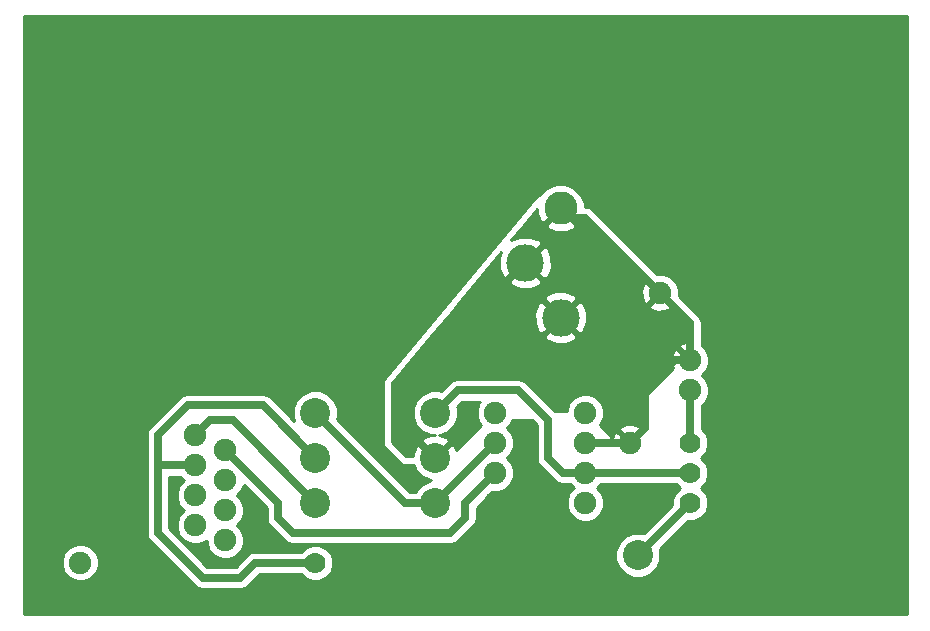
<source format=gbr>
G04 #@! TF.FileFunction,Copper,L2,Bot,Signal*
%FSLAX46Y46*%
G04 Gerber Fmt 4.6, Leading zero omitted, Abs format (unit mm)*
G04 Created by KiCad (PCBNEW 4.0.1-3.201512221402+6198~38~ubuntu15.04.1-stable) date Mon 28 Mar 2016 11:15:57 PM EDT*
%MOMM*%
G01*
G04 APERTURE LIST*
%ADD10C,0.100000*%
%ADD11C,1.905000*%
%ADD12C,3.175000*%
%ADD13C,2.794000*%
%ADD14C,1.778000*%
%ADD15C,2.540000*%
%ADD16C,6.350000*%
%ADD17C,3.810000*%
%ADD18C,0.635000*%
%ADD19C,0.304800*%
%ADD20C,0.254000*%
G04 APERTURE END LIST*
D10*
D11*
X172720000Y-111760000D03*
X172720000Y-106680000D03*
D12*
X163830000Y-91440000D03*
X163830000Y-78740000D03*
D13*
X166827200Y-86804500D03*
X166827200Y-83375500D03*
D12*
X166827200Y-96075500D03*
X166827200Y-74104500D03*
D11*
X177800000Y-102235000D03*
X177800000Y-99695000D03*
D14*
X177800000Y-111760000D03*
X177800000Y-109220000D03*
X177800000Y-106680000D03*
X146050000Y-116840000D03*
X148590000Y-116840000D03*
X151130000Y-116840000D03*
D11*
X161290000Y-104140000D03*
X161290000Y-106680000D03*
X161290000Y-109220000D03*
X161290000Y-111760000D03*
X168910000Y-111760000D03*
X168910000Y-109220000D03*
X168910000Y-106680000D03*
X168910000Y-104140000D03*
X175260000Y-93980000D03*
X175260000Y-88900000D03*
D15*
X156210000Y-111760000D03*
X146050000Y-111760000D03*
X156210000Y-104140000D03*
X146050000Y-104140000D03*
X173355000Y-116205000D03*
X163195000Y-116205000D03*
X156210000Y-107950000D03*
X146050000Y-107950000D03*
D16*
X190500000Y-114300000D03*
X190500000Y-76200000D03*
D17*
X129540000Y-104775000D03*
X129540000Y-116205000D03*
D11*
X126161800Y-106705400D03*
X126161800Y-116814600D03*
X124640340Y-104165400D03*
X124640340Y-114274600D03*
D15*
X132588000Y-102715060D03*
X132588000Y-118264940D03*
D11*
X135890000Y-106045000D03*
X138430000Y-114935000D03*
X138430000Y-107315000D03*
X135890000Y-108585000D03*
X138430000Y-109855000D03*
X135890000Y-111125000D03*
X138430000Y-112395000D03*
X135890000Y-113665000D03*
D18*
X156210000Y-107950000D02*
X153670000Y-105410000D01*
X153670000Y-101600000D02*
X163830000Y-91440000D01*
X153670000Y-102235000D02*
X153670000Y-101600000D01*
X153670000Y-105410000D02*
X153670000Y-102235000D01*
X172720000Y-106680000D02*
X168910000Y-106680000D01*
X172720000Y-106680000D02*
X173990000Y-105410000D01*
X176530000Y-99695000D02*
X177800000Y-99695000D01*
X173990000Y-102235000D02*
X176530000Y-99695000D01*
X173990000Y-102870000D02*
X173990000Y-102235000D01*
X173990000Y-105410000D02*
X173990000Y-102870000D01*
X177800000Y-99695000D02*
X177800000Y-96520000D01*
X177800000Y-96520000D02*
X175260000Y-93980000D01*
X175260000Y-93980000D02*
X168910000Y-87630000D01*
X168910000Y-87630000D02*
X167652700Y-87630000D01*
X167652700Y-87630000D02*
X166827200Y-86804500D01*
X177800000Y-102235000D02*
X177800000Y-106680000D01*
X135890000Y-106045000D02*
X137160000Y-104775000D01*
X139065000Y-104775000D02*
X146050000Y-111760000D01*
X137160000Y-104775000D02*
X139065000Y-104775000D01*
X161290000Y-109220000D02*
X158750000Y-111760000D01*
X142875000Y-111760000D02*
X142875000Y-113030000D01*
X142875000Y-113030000D02*
X144145000Y-114300000D01*
X144145000Y-114300000D02*
X157480000Y-114300000D01*
X157480000Y-114300000D02*
X158750000Y-113030000D01*
X142875000Y-111760000D02*
X138430000Y-107315000D01*
X158750000Y-111760000D02*
X158750000Y-113030000D01*
D19*
X138430000Y-107315000D02*
X139065000Y-107315000D01*
D18*
X135890000Y-108585000D02*
X132715000Y-108585000D01*
X146050000Y-116840000D02*
X140970000Y-116840000D01*
X141605000Y-103505000D02*
X146050000Y-107950000D01*
X135255000Y-103505000D02*
X141605000Y-103505000D01*
X132715000Y-106045000D02*
X135255000Y-103505000D01*
X132715000Y-114300000D02*
X132715000Y-108585000D01*
X132715000Y-108585000D02*
X132715000Y-106045000D01*
X136525000Y-118110000D02*
X132715000Y-114300000D01*
X139700000Y-118110000D02*
X136525000Y-118110000D01*
X140970000Y-116840000D02*
X139700000Y-118110000D01*
X177800000Y-111760000D02*
X173355000Y-116205000D01*
X168910000Y-109220000D02*
X177800000Y-109220000D01*
X156210000Y-104140000D02*
X158115000Y-102235000D01*
X167005000Y-109220000D02*
X168910000Y-109220000D01*
X165735000Y-107950000D02*
X167005000Y-109220000D01*
X165735000Y-104775000D02*
X165735000Y-107950000D01*
X163195000Y-102235000D02*
X165735000Y-104775000D01*
X158115000Y-102235000D02*
X163195000Y-102235000D01*
X161290000Y-106680000D02*
X156210000Y-111760000D01*
X146050000Y-104140000D02*
X153670000Y-111760000D01*
X153670000Y-111760000D02*
X156210000Y-111760000D01*
D20*
G36*
X167020948Y-86790358D02*
X167006805Y-86804500D01*
X168266756Y-88064450D01*
X168574825Y-87917244D01*
X168698744Y-87598350D01*
X174027433Y-92927039D01*
X174027432Y-92927040D01*
X174141839Y-93041447D01*
X173879912Y-93134288D01*
X173661325Y-93726801D01*
X173686122Y-94357861D01*
X173879912Y-94825712D01*
X174141841Y-94918554D01*
X175080395Y-93980001D01*
X175260000Y-94159606D01*
X174321446Y-95098159D01*
X174414288Y-95360088D01*
X175006801Y-95578675D01*
X175637861Y-95553878D01*
X176105712Y-95360088D01*
X176198553Y-95098161D01*
X176312960Y-95212568D01*
X176312961Y-95212567D01*
X177673000Y-96572606D01*
X177673000Y-98111265D01*
X177422139Y-98121122D01*
X176954288Y-98314912D01*
X176861446Y-98576841D01*
X177482500Y-99197895D01*
X177302895Y-99377500D01*
X176681841Y-98756446D01*
X176419912Y-98849288D01*
X176201325Y-99441801D01*
X176226122Y-100072861D01*
X176337835Y-100342559D01*
X173900197Y-102780197D01*
X173872334Y-102822211D01*
X173863000Y-102870000D01*
X173863000Y-105357394D01*
X173772961Y-105447433D01*
X173772960Y-105447432D01*
X173658553Y-105561839D01*
X173565712Y-105299912D01*
X172973199Y-105081325D01*
X172342139Y-105106122D01*
X171874288Y-105299912D01*
X171781446Y-105561841D01*
X172720000Y-106500395D01*
X172667394Y-106553000D01*
X172413395Y-106553000D01*
X171601841Y-105741446D01*
X171339912Y-105834288D01*
X171190068Y-106240462D01*
X170122414Y-105172808D01*
X170255032Y-105040421D01*
X170497224Y-104457159D01*
X170497775Y-103825612D01*
X170256602Y-103241928D01*
X169810421Y-102794968D01*
X169227159Y-102552776D01*
X168595612Y-102552225D01*
X168011928Y-102793398D01*
X167564968Y-103239579D01*
X167322776Y-103822841D01*
X167322610Y-104013000D01*
X166320039Y-104013000D01*
X163868519Y-101561481D01*
X163559506Y-101355005D01*
X163195000Y-101282500D01*
X158115000Y-101282500D01*
X157750494Y-101355005D01*
X157441481Y-101561481D01*
X156715686Y-102287276D01*
X156590590Y-102235332D01*
X155832735Y-102234670D01*
X155132314Y-102524078D01*
X154595961Y-103059495D01*
X154305332Y-103759410D01*
X154304670Y-104517265D01*
X154594078Y-105217686D01*
X155129495Y-105754039D01*
X155829410Y-106044668D01*
X156185851Y-106044979D01*
X155781368Y-106055564D01*
X155173520Y-106307343D01*
X155041828Y-106602223D01*
X156210000Y-107770395D01*
X157378172Y-106602223D01*
X157246480Y-106307343D01*
X156563895Y-106045310D01*
X156587265Y-106045330D01*
X157287686Y-105755922D01*
X157824039Y-105220505D01*
X158114668Y-104520590D01*
X158115330Y-103762735D01*
X158062401Y-103634637D01*
X158509538Y-103187500D01*
X159997138Y-103187500D01*
X159944968Y-103239579D01*
X159702776Y-103822841D01*
X159702225Y-104454388D01*
X159943398Y-105038072D01*
X160077743Y-105172651D01*
X157994481Y-107255913D01*
X157852657Y-106913520D01*
X157557777Y-106781828D01*
X156516605Y-107823000D01*
X155903395Y-107823000D01*
X154862223Y-106781828D01*
X154567343Y-106913520D01*
X154295739Y-107621036D01*
X154301024Y-107823000D01*
X153722606Y-107823000D01*
X152527000Y-106627394D01*
X152527000Y-101645980D01*
X155854754Y-97652674D01*
X165429631Y-97652674D01*
X165600093Y-97980533D01*
X166422526Y-98305114D01*
X167306565Y-98290257D01*
X168054307Y-97980533D01*
X168224769Y-97652674D01*
X166827200Y-96255105D01*
X165429631Y-97652674D01*
X155854754Y-97652674D01*
X157506294Y-95670826D01*
X164597586Y-95670826D01*
X164612443Y-96554865D01*
X164922167Y-97302607D01*
X165250026Y-97473069D01*
X166647595Y-96075500D01*
X167006805Y-96075500D01*
X168404374Y-97473069D01*
X168732233Y-97302607D01*
X169056814Y-96480174D01*
X169041957Y-95596135D01*
X168732233Y-94848393D01*
X168404374Y-94677931D01*
X167006805Y-96075500D01*
X166647595Y-96075500D01*
X165250026Y-94677931D01*
X164922167Y-94848393D01*
X164597586Y-95670826D01*
X157506294Y-95670826D01*
X158483377Y-94498326D01*
X165429631Y-94498326D01*
X166827200Y-95895895D01*
X168224769Y-94498326D01*
X168054307Y-94170467D01*
X167231874Y-93845886D01*
X166347835Y-93860743D01*
X165600093Y-94170467D01*
X165429631Y-94498326D01*
X158483377Y-94498326D01*
X159717671Y-93017174D01*
X162432431Y-93017174D01*
X162602893Y-93345033D01*
X163425326Y-93669614D01*
X164309365Y-93654757D01*
X165057107Y-93345033D01*
X165227569Y-93017174D01*
X163830000Y-91619605D01*
X162432431Y-93017174D01*
X159717671Y-93017174D01*
X161808366Y-90508341D01*
X161600386Y-91035326D01*
X161615243Y-91919365D01*
X161924967Y-92667107D01*
X162252826Y-92837569D01*
X163650395Y-91440000D01*
X164009605Y-91440000D01*
X165407174Y-92837569D01*
X165735033Y-92667107D01*
X166059614Y-91844674D01*
X166044757Y-90960635D01*
X165735033Y-90212893D01*
X165407174Y-90042431D01*
X164009605Y-91440000D01*
X163650395Y-91440000D01*
X163636253Y-91425858D01*
X163815858Y-91246253D01*
X163830000Y-91260395D01*
X165227569Y-89862826D01*
X165057107Y-89534967D01*
X164234674Y-89210386D01*
X163350635Y-89225243D01*
X162628270Y-89524455D01*
X163695269Y-88244056D01*
X165567250Y-88244056D01*
X165714456Y-88552125D01*
X166467946Y-88844923D01*
X167276129Y-88827086D01*
X167939944Y-88552125D01*
X168087150Y-88244056D01*
X166827200Y-86984105D01*
X165567250Y-88244056D01*
X163695269Y-88244056D01*
X164797291Y-86921630D01*
X164804614Y-87253429D01*
X165079575Y-87917244D01*
X165387644Y-88064450D01*
X166647595Y-86804500D01*
X166633453Y-86790358D01*
X166813058Y-86610753D01*
X166827200Y-86624895D01*
X166841343Y-86610753D01*
X167020948Y-86790358D01*
X167020948Y-86790358D01*
G37*
X167020948Y-86790358D02*
X167006805Y-86804500D01*
X168266756Y-88064450D01*
X168574825Y-87917244D01*
X168698744Y-87598350D01*
X174027433Y-92927039D01*
X174027432Y-92927040D01*
X174141839Y-93041447D01*
X173879912Y-93134288D01*
X173661325Y-93726801D01*
X173686122Y-94357861D01*
X173879912Y-94825712D01*
X174141841Y-94918554D01*
X175080395Y-93980001D01*
X175260000Y-94159606D01*
X174321446Y-95098159D01*
X174414288Y-95360088D01*
X175006801Y-95578675D01*
X175637861Y-95553878D01*
X176105712Y-95360088D01*
X176198553Y-95098161D01*
X176312960Y-95212568D01*
X176312961Y-95212567D01*
X177673000Y-96572606D01*
X177673000Y-98111265D01*
X177422139Y-98121122D01*
X176954288Y-98314912D01*
X176861446Y-98576841D01*
X177482500Y-99197895D01*
X177302895Y-99377500D01*
X176681841Y-98756446D01*
X176419912Y-98849288D01*
X176201325Y-99441801D01*
X176226122Y-100072861D01*
X176337835Y-100342559D01*
X173900197Y-102780197D01*
X173872334Y-102822211D01*
X173863000Y-102870000D01*
X173863000Y-105357394D01*
X173772961Y-105447433D01*
X173772960Y-105447432D01*
X173658553Y-105561839D01*
X173565712Y-105299912D01*
X172973199Y-105081325D01*
X172342139Y-105106122D01*
X171874288Y-105299912D01*
X171781446Y-105561841D01*
X172720000Y-106500395D01*
X172667394Y-106553000D01*
X172413395Y-106553000D01*
X171601841Y-105741446D01*
X171339912Y-105834288D01*
X171190068Y-106240462D01*
X170122414Y-105172808D01*
X170255032Y-105040421D01*
X170497224Y-104457159D01*
X170497775Y-103825612D01*
X170256602Y-103241928D01*
X169810421Y-102794968D01*
X169227159Y-102552776D01*
X168595612Y-102552225D01*
X168011928Y-102793398D01*
X167564968Y-103239579D01*
X167322776Y-103822841D01*
X167322610Y-104013000D01*
X166320039Y-104013000D01*
X163868519Y-101561481D01*
X163559506Y-101355005D01*
X163195000Y-101282500D01*
X158115000Y-101282500D01*
X157750494Y-101355005D01*
X157441481Y-101561481D01*
X156715686Y-102287276D01*
X156590590Y-102235332D01*
X155832735Y-102234670D01*
X155132314Y-102524078D01*
X154595961Y-103059495D01*
X154305332Y-103759410D01*
X154304670Y-104517265D01*
X154594078Y-105217686D01*
X155129495Y-105754039D01*
X155829410Y-106044668D01*
X156185851Y-106044979D01*
X155781368Y-106055564D01*
X155173520Y-106307343D01*
X155041828Y-106602223D01*
X156210000Y-107770395D01*
X157378172Y-106602223D01*
X157246480Y-106307343D01*
X156563895Y-106045310D01*
X156587265Y-106045330D01*
X157287686Y-105755922D01*
X157824039Y-105220505D01*
X158114668Y-104520590D01*
X158115330Y-103762735D01*
X158062401Y-103634637D01*
X158509538Y-103187500D01*
X159997138Y-103187500D01*
X159944968Y-103239579D01*
X159702776Y-103822841D01*
X159702225Y-104454388D01*
X159943398Y-105038072D01*
X160077743Y-105172651D01*
X157994481Y-107255913D01*
X157852657Y-106913520D01*
X157557777Y-106781828D01*
X156516605Y-107823000D01*
X155903395Y-107823000D01*
X154862223Y-106781828D01*
X154567343Y-106913520D01*
X154295739Y-107621036D01*
X154301024Y-107823000D01*
X153722606Y-107823000D01*
X152527000Y-106627394D01*
X152527000Y-101645980D01*
X155854754Y-97652674D01*
X165429631Y-97652674D01*
X165600093Y-97980533D01*
X166422526Y-98305114D01*
X167306565Y-98290257D01*
X168054307Y-97980533D01*
X168224769Y-97652674D01*
X166827200Y-96255105D01*
X165429631Y-97652674D01*
X155854754Y-97652674D01*
X157506294Y-95670826D01*
X164597586Y-95670826D01*
X164612443Y-96554865D01*
X164922167Y-97302607D01*
X165250026Y-97473069D01*
X166647595Y-96075500D01*
X167006805Y-96075500D01*
X168404374Y-97473069D01*
X168732233Y-97302607D01*
X169056814Y-96480174D01*
X169041957Y-95596135D01*
X168732233Y-94848393D01*
X168404374Y-94677931D01*
X167006805Y-96075500D01*
X166647595Y-96075500D01*
X165250026Y-94677931D01*
X164922167Y-94848393D01*
X164597586Y-95670826D01*
X157506294Y-95670826D01*
X158483377Y-94498326D01*
X165429631Y-94498326D01*
X166827200Y-95895895D01*
X168224769Y-94498326D01*
X168054307Y-94170467D01*
X167231874Y-93845886D01*
X166347835Y-93860743D01*
X165600093Y-94170467D01*
X165429631Y-94498326D01*
X158483377Y-94498326D01*
X159717671Y-93017174D01*
X162432431Y-93017174D01*
X162602893Y-93345033D01*
X163425326Y-93669614D01*
X164309365Y-93654757D01*
X165057107Y-93345033D01*
X165227569Y-93017174D01*
X163830000Y-91619605D01*
X162432431Y-93017174D01*
X159717671Y-93017174D01*
X161808366Y-90508341D01*
X161600386Y-91035326D01*
X161615243Y-91919365D01*
X161924967Y-92667107D01*
X162252826Y-92837569D01*
X163650395Y-91440000D01*
X164009605Y-91440000D01*
X165407174Y-92837569D01*
X165735033Y-92667107D01*
X166059614Y-91844674D01*
X166044757Y-90960635D01*
X165735033Y-90212893D01*
X165407174Y-90042431D01*
X164009605Y-91440000D01*
X163650395Y-91440000D01*
X163636253Y-91425858D01*
X163815858Y-91246253D01*
X163830000Y-91260395D01*
X165227569Y-89862826D01*
X165057107Y-89534967D01*
X164234674Y-89210386D01*
X163350635Y-89225243D01*
X162628270Y-89524455D01*
X163695269Y-88244056D01*
X165567250Y-88244056D01*
X165714456Y-88552125D01*
X166467946Y-88844923D01*
X167276129Y-88827086D01*
X167939944Y-88552125D01*
X168087150Y-88244056D01*
X166827200Y-86984105D01*
X165567250Y-88244056D01*
X163695269Y-88244056D01*
X164797291Y-86921630D01*
X164804614Y-87253429D01*
X165079575Y-87917244D01*
X165387644Y-88064450D01*
X166647595Y-86804500D01*
X166633453Y-86790358D01*
X166813058Y-86610753D01*
X166827200Y-86624895D01*
X166841343Y-86610753D01*
X167020948Y-86790358D01*
G36*
X196140000Y-121210000D02*
X121360000Y-121210000D01*
X121360000Y-117128988D01*
X124574025Y-117128988D01*
X124815198Y-117712672D01*
X125261379Y-118159632D01*
X125844641Y-118401824D01*
X126476188Y-118402375D01*
X127059872Y-118161202D01*
X127506832Y-117715021D01*
X127749024Y-117131759D01*
X127749575Y-116500212D01*
X127508402Y-115916528D01*
X127062221Y-115469568D01*
X126478959Y-115227376D01*
X125847412Y-115226825D01*
X125263728Y-115467998D01*
X124816768Y-115914179D01*
X124574576Y-116497441D01*
X124574025Y-117128988D01*
X121360000Y-117128988D01*
X121360000Y-106045000D01*
X131762500Y-106045000D01*
X131762500Y-114300000D01*
X131835005Y-114664506D01*
X132041481Y-114973519D01*
X135851481Y-118783519D01*
X136160494Y-118989995D01*
X136525000Y-119062500D01*
X139700000Y-119062500D01*
X140064506Y-118989995D01*
X140373519Y-118783519D01*
X141364538Y-117792500D01*
X144847455Y-117792500D01*
X145185596Y-118131231D01*
X145745528Y-118363735D01*
X146351812Y-118364264D01*
X146912149Y-118132738D01*
X147341231Y-117704404D01*
X147573735Y-117144472D01*
X147574264Y-116538188D01*
X147342738Y-115977851D01*
X146914404Y-115548769D01*
X146354472Y-115316265D01*
X145748188Y-115315736D01*
X145187851Y-115547262D01*
X144847019Y-115887500D01*
X140970000Y-115887500D01*
X140605494Y-115960005D01*
X140296481Y-116166481D01*
X139305462Y-117157500D01*
X136919538Y-117157500D01*
X133667500Y-113905462D01*
X133667500Y-109537500D01*
X134597731Y-109537500D01*
X134914935Y-109855257D01*
X134544968Y-110224579D01*
X134302776Y-110807841D01*
X134302225Y-111439388D01*
X134543398Y-112023072D01*
X134914935Y-112395257D01*
X134544968Y-112764579D01*
X134302776Y-113347841D01*
X134302225Y-113979388D01*
X134543398Y-114563072D01*
X134989579Y-115010032D01*
X135572841Y-115252224D01*
X136204388Y-115252775D01*
X136788072Y-115011602D01*
X136842480Y-114957289D01*
X136842225Y-115249388D01*
X137083398Y-115833072D01*
X137529579Y-116280032D01*
X138112841Y-116522224D01*
X138744388Y-116522775D01*
X139328072Y-116281602D01*
X139775032Y-115835421D01*
X140017224Y-115252159D01*
X140017775Y-114620612D01*
X139776602Y-114036928D01*
X139405065Y-113664743D01*
X139775032Y-113295421D01*
X140017224Y-112712159D01*
X140017775Y-112080612D01*
X139776602Y-111496928D01*
X139405065Y-111124743D01*
X139775032Y-110755421D01*
X139994602Y-110226640D01*
X141922500Y-112154538D01*
X141922500Y-113030000D01*
X141995005Y-113394506D01*
X142201481Y-113703519D01*
X143471481Y-114973519D01*
X143780494Y-115179995D01*
X144145000Y-115252500D01*
X157480000Y-115252500D01*
X157844506Y-115179995D01*
X158153519Y-114973519D01*
X159423519Y-113703519D01*
X159629995Y-113394506D01*
X159702500Y-113030000D01*
X159702500Y-112154538D01*
X161049748Y-110807291D01*
X161604388Y-110807775D01*
X162188072Y-110566602D01*
X162635032Y-110120421D01*
X162877224Y-109537159D01*
X162877775Y-108905612D01*
X162636602Y-108321928D01*
X162265065Y-107949743D01*
X162635032Y-107580421D01*
X162877224Y-106997159D01*
X162877775Y-106365612D01*
X162636602Y-105781928D01*
X162265065Y-105409743D01*
X162635032Y-105040421D01*
X162745245Y-104775000D01*
X164387961Y-104775000D01*
X164782500Y-105169539D01*
X164782500Y-107950000D01*
X164855005Y-108314506D01*
X165061481Y-108623519D01*
X166331481Y-109893519D01*
X166640494Y-110099995D01*
X167005000Y-110172500D01*
X167617731Y-110172500D01*
X167934935Y-110490257D01*
X167564968Y-110859579D01*
X167322776Y-111442841D01*
X167322225Y-112074388D01*
X167563398Y-112658072D01*
X168009579Y-113105032D01*
X168592841Y-113347224D01*
X169224388Y-113347775D01*
X169808072Y-113106602D01*
X170255032Y-112660421D01*
X170497224Y-112077159D01*
X170497775Y-111445612D01*
X170256602Y-110861928D01*
X169885065Y-110489743D01*
X170202862Y-110172500D01*
X176597455Y-110172500D01*
X176914737Y-110490336D01*
X176508769Y-110895596D01*
X176276265Y-111455528D01*
X176275845Y-111937117D01*
X173860686Y-114352276D01*
X173735590Y-114300332D01*
X172977735Y-114299670D01*
X172277314Y-114589078D01*
X171740961Y-115124495D01*
X171450332Y-115824410D01*
X171449670Y-116582265D01*
X171739078Y-117282686D01*
X172274495Y-117819039D01*
X172974410Y-118109668D01*
X173732265Y-118110330D01*
X174432686Y-117820922D01*
X174969039Y-117285505D01*
X175259668Y-116585590D01*
X175260330Y-115827735D01*
X175207401Y-115699637D01*
X177623192Y-113283846D01*
X178101812Y-113284264D01*
X178662149Y-113052738D01*
X179091231Y-112624404D01*
X179323735Y-112064472D01*
X179324264Y-111458188D01*
X179092738Y-110897851D01*
X178685263Y-110489664D01*
X179091231Y-110084404D01*
X179323735Y-109524472D01*
X179324264Y-108918188D01*
X179092738Y-108357851D01*
X178685263Y-107949664D01*
X179091231Y-107544404D01*
X179323735Y-106984472D01*
X179324264Y-106378188D01*
X179092738Y-105817851D01*
X178752500Y-105477019D01*
X178752500Y-103527269D01*
X179145032Y-103135421D01*
X179387224Y-102552159D01*
X179387775Y-101920612D01*
X179146602Y-101336928D01*
X178775065Y-100964743D01*
X179145032Y-100595421D01*
X179387224Y-100012159D01*
X179387775Y-99380612D01*
X179146602Y-98796928D01*
X178752500Y-98402138D01*
X178752500Y-96520000D01*
X178679995Y-96155494D01*
X178623529Y-96070987D01*
X178473519Y-95846480D01*
X176847291Y-94220253D01*
X176847775Y-93665612D01*
X176606602Y-93081928D01*
X176160421Y-92634968D01*
X175577159Y-92392776D01*
X175019327Y-92392289D01*
X169583519Y-86956481D01*
X169274506Y-86750005D01*
X168910000Y-86677500D01*
X168859311Y-86677500D01*
X168859552Y-86402084D01*
X168550850Y-85654968D01*
X167979738Y-85082859D01*
X167233163Y-84772854D01*
X166424784Y-84772148D01*
X165677668Y-85080850D01*
X165105559Y-85651962D01*
X165072453Y-85731689D01*
X164808771Y-85795721D01*
X164612179Y-85953483D01*
X151912179Y-101193483D01*
X151815029Y-101352949D01*
X151765000Y-101600000D01*
X151765000Y-106680000D01*
X151811672Y-106918946D01*
X151950987Y-107129013D01*
X153220987Y-108399013D01*
X153422949Y-108534971D01*
X153670000Y-108585000D01*
X154411164Y-108585000D01*
X154594078Y-109027686D01*
X155129495Y-109564039D01*
X155829410Y-109854668D01*
X155832733Y-109854671D01*
X155132314Y-110144078D01*
X154595961Y-110679495D01*
X154542809Y-110807500D01*
X154064538Y-110807500D01*
X147902724Y-104645686D01*
X147954668Y-104520590D01*
X147955330Y-103762735D01*
X147665922Y-103062314D01*
X147130505Y-102525961D01*
X146430590Y-102235332D01*
X145672735Y-102234670D01*
X144972314Y-102524078D01*
X144435961Y-103059495D01*
X144145332Y-103759410D01*
X144144670Y-104517265D01*
X144271672Y-104824634D01*
X142278519Y-102831481D01*
X141969506Y-102625005D01*
X141605000Y-102552500D01*
X135255000Y-102552500D01*
X134890494Y-102625005D01*
X134581480Y-102831481D01*
X132041481Y-105371481D01*
X131835005Y-105680494D01*
X131762500Y-106045000D01*
X121360000Y-106045000D01*
X121360000Y-70560000D01*
X196140000Y-70560000D01*
X196140000Y-121210000D01*
X196140000Y-121210000D01*
G37*
X196140000Y-121210000D02*
X121360000Y-121210000D01*
X121360000Y-117128988D01*
X124574025Y-117128988D01*
X124815198Y-117712672D01*
X125261379Y-118159632D01*
X125844641Y-118401824D01*
X126476188Y-118402375D01*
X127059872Y-118161202D01*
X127506832Y-117715021D01*
X127749024Y-117131759D01*
X127749575Y-116500212D01*
X127508402Y-115916528D01*
X127062221Y-115469568D01*
X126478959Y-115227376D01*
X125847412Y-115226825D01*
X125263728Y-115467998D01*
X124816768Y-115914179D01*
X124574576Y-116497441D01*
X124574025Y-117128988D01*
X121360000Y-117128988D01*
X121360000Y-106045000D01*
X131762500Y-106045000D01*
X131762500Y-114300000D01*
X131835005Y-114664506D01*
X132041481Y-114973519D01*
X135851481Y-118783519D01*
X136160494Y-118989995D01*
X136525000Y-119062500D01*
X139700000Y-119062500D01*
X140064506Y-118989995D01*
X140373519Y-118783519D01*
X141364538Y-117792500D01*
X144847455Y-117792500D01*
X145185596Y-118131231D01*
X145745528Y-118363735D01*
X146351812Y-118364264D01*
X146912149Y-118132738D01*
X147341231Y-117704404D01*
X147573735Y-117144472D01*
X147574264Y-116538188D01*
X147342738Y-115977851D01*
X146914404Y-115548769D01*
X146354472Y-115316265D01*
X145748188Y-115315736D01*
X145187851Y-115547262D01*
X144847019Y-115887500D01*
X140970000Y-115887500D01*
X140605494Y-115960005D01*
X140296481Y-116166481D01*
X139305462Y-117157500D01*
X136919538Y-117157500D01*
X133667500Y-113905462D01*
X133667500Y-109537500D01*
X134597731Y-109537500D01*
X134914935Y-109855257D01*
X134544968Y-110224579D01*
X134302776Y-110807841D01*
X134302225Y-111439388D01*
X134543398Y-112023072D01*
X134914935Y-112395257D01*
X134544968Y-112764579D01*
X134302776Y-113347841D01*
X134302225Y-113979388D01*
X134543398Y-114563072D01*
X134989579Y-115010032D01*
X135572841Y-115252224D01*
X136204388Y-115252775D01*
X136788072Y-115011602D01*
X136842480Y-114957289D01*
X136842225Y-115249388D01*
X137083398Y-115833072D01*
X137529579Y-116280032D01*
X138112841Y-116522224D01*
X138744388Y-116522775D01*
X139328072Y-116281602D01*
X139775032Y-115835421D01*
X140017224Y-115252159D01*
X140017775Y-114620612D01*
X139776602Y-114036928D01*
X139405065Y-113664743D01*
X139775032Y-113295421D01*
X140017224Y-112712159D01*
X140017775Y-112080612D01*
X139776602Y-111496928D01*
X139405065Y-111124743D01*
X139775032Y-110755421D01*
X139994602Y-110226640D01*
X141922500Y-112154538D01*
X141922500Y-113030000D01*
X141995005Y-113394506D01*
X142201481Y-113703519D01*
X143471481Y-114973519D01*
X143780494Y-115179995D01*
X144145000Y-115252500D01*
X157480000Y-115252500D01*
X157844506Y-115179995D01*
X158153519Y-114973519D01*
X159423519Y-113703519D01*
X159629995Y-113394506D01*
X159702500Y-113030000D01*
X159702500Y-112154538D01*
X161049748Y-110807291D01*
X161604388Y-110807775D01*
X162188072Y-110566602D01*
X162635032Y-110120421D01*
X162877224Y-109537159D01*
X162877775Y-108905612D01*
X162636602Y-108321928D01*
X162265065Y-107949743D01*
X162635032Y-107580421D01*
X162877224Y-106997159D01*
X162877775Y-106365612D01*
X162636602Y-105781928D01*
X162265065Y-105409743D01*
X162635032Y-105040421D01*
X162745245Y-104775000D01*
X164387961Y-104775000D01*
X164782500Y-105169539D01*
X164782500Y-107950000D01*
X164855005Y-108314506D01*
X165061481Y-108623519D01*
X166331481Y-109893519D01*
X166640494Y-110099995D01*
X167005000Y-110172500D01*
X167617731Y-110172500D01*
X167934935Y-110490257D01*
X167564968Y-110859579D01*
X167322776Y-111442841D01*
X167322225Y-112074388D01*
X167563398Y-112658072D01*
X168009579Y-113105032D01*
X168592841Y-113347224D01*
X169224388Y-113347775D01*
X169808072Y-113106602D01*
X170255032Y-112660421D01*
X170497224Y-112077159D01*
X170497775Y-111445612D01*
X170256602Y-110861928D01*
X169885065Y-110489743D01*
X170202862Y-110172500D01*
X176597455Y-110172500D01*
X176914737Y-110490336D01*
X176508769Y-110895596D01*
X176276265Y-111455528D01*
X176275845Y-111937117D01*
X173860686Y-114352276D01*
X173735590Y-114300332D01*
X172977735Y-114299670D01*
X172277314Y-114589078D01*
X171740961Y-115124495D01*
X171450332Y-115824410D01*
X171449670Y-116582265D01*
X171739078Y-117282686D01*
X172274495Y-117819039D01*
X172974410Y-118109668D01*
X173732265Y-118110330D01*
X174432686Y-117820922D01*
X174969039Y-117285505D01*
X175259668Y-116585590D01*
X175260330Y-115827735D01*
X175207401Y-115699637D01*
X177623192Y-113283846D01*
X178101812Y-113284264D01*
X178662149Y-113052738D01*
X179091231Y-112624404D01*
X179323735Y-112064472D01*
X179324264Y-111458188D01*
X179092738Y-110897851D01*
X178685263Y-110489664D01*
X179091231Y-110084404D01*
X179323735Y-109524472D01*
X179324264Y-108918188D01*
X179092738Y-108357851D01*
X178685263Y-107949664D01*
X179091231Y-107544404D01*
X179323735Y-106984472D01*
X179324264Y-106378188D01*
X179092738Y-105817851D01*
X178752500Y-105477019D01*
X178752500Y-103527269D01*
X179145032Y-103135421D01*
X179387224Y-102552159D01*
X179387775Y-101920612D01*
X179146602Y-101336928D01*
X178775065Y-100964743D01*
X179145032Y-100595421D01*
X179387224Y-100012159D01*
X179387775Y-99380612D01*
X179146602Y-98796928D01*
X178752500Y-98402138D01*
X178752500Y-96520000D01*
X178679995Y-96155494D01*
X178623529Y-96070987D01*
X178473519Y-95846480D01*
X176847291Y-94220253D01*
X176847775Y-93665612D01*
X176606602Y-93081928D01*
X176160421Y-92634968D01*
X175577159Y-92392776D01*
X175019327Y-92392289D01*
X169583519Y-86956481D01*
X169274506Y-86750005D01*
X168910000Y-86677500D01*
X168859311Y-86677500D01*
X168859552Y-86402084D01*
X168550850Y-85654968D01*
X167979738Y-85082859D01*
X167233163Y-84772854D01*
X166424784Y-84772148D01*
X165677668Y-85080850D01*
X165105559Y-85651962D01*
X165072453Y-85731689D01*
X164808771Y-85795721D01*
X164612179Y-85953483D01*
X151912179Y-101193483D01*
X151815029Y-101352949D01*
X151765000Y-101600000D01*
X151765000Y-106680000D01*
X151811672Y-106918946D01*
X151950987Y-107129013D01*
X153220987Y-108399013D01*
X153422949Y-108534971D01*
X153670000Y-108585000D01*
X154411164Y-108585000D01*
X154594078Y-109027686D01*
X155129495Y-109564039D01*
X155829410Y-109854668D01*
X155832733Y-109854671D01*
X155132314Y-110144078D01*
X154595961Y-110679495D01*
X154542809Y-110807500D01*
X154064538Y-110807500D01*
X147902724Y-104645686D01*
X147954668Y-104520590D01*
X147955330Y-103762735D01*
X147665922Y-103062314D01*
X147130505Y-102525961D01*
X146430590Y-102235332D01*
X145672735Y-102234670D01*
X144972314Y-102524078D01*
X144435961Y-103059495D01*
X144145332Y-103759410D01*
X144144670Y-104517265D01*
X144271672Y-104824634D01*
X142278519Y-102831481D01*
X141969506Y-102625005D01*
X141605000Y-102552500D01*
X135255000Y-102552500D01*
X134890494Y-102625005D01*
X134581480Y-102831481D01*
X132041481Y-105371481D01*
X131835005Y-105680494D01*
X131762500Y-106045000D01*
X121360000Y-106045000D01*
X121360000Y-70560000D01*
X196140000Y-70560000D01*
X196140000Y-121210000D01*
M02*

</source>
